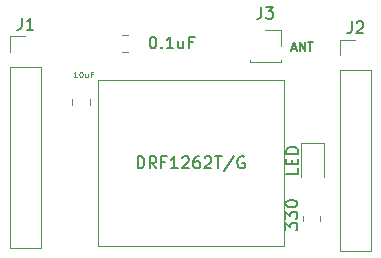
<source format=gbr>
%TF.GenerationSoftware,KiCad,Pcbnew,6.0.5-a6ca702e91~116~ubuntu20.04.1*%
%TF.CreationDate,2022-05-07T22:34:00-05:00*%
%TF.ProjectId,DRF1262T_Shield_v001,44524631-3236-4325-945f-536869656c64,rev?*%
%TF.SameCoordinates,Original*%
%TF.FileFunction,Legend,Top*%
%TF.FilePolarity,Positive*%
%FSLAX46Y46*%
G04 Gerber Fmt 4.6, Leading zero omitted, Abs format (unit mm)*
G04 Created by KiCad (PCBNEW 6.0.5-a6ca702e91~116~ubuntu20.04.1) date 2022-05-07 22:34:00*
%MOMM*%
%LPD*%
G01*
G04 APERTURE LIST*
%ADD10C,0.187500*%
%ADD11C,0.150000*%
%ADD12C,0.125000*%
%ADD13C,0.120000*%
G04 APERTURE END LIST*
D10*
X162242857Y-78025000D02*
X162600000Y-78025000D01*
X162171428Y-78239285D02*
X162421428Y-77489285D01*
X162671428Y-78239285D01*
X162921428Y-78239285D02*
X162921428Y-77489285D01*
X163350000Y-78239285D01*
X163350000Y-77489285D01*
X163600000Y-77489285D02*
X164028571Y-77489285D01*
X163814285Y-78239285D02*
X163814285Y-77489285D01*
D11*
%TO.C,C1*%
X150457142Y-77012380D02*
X150552380Y-77012380D01*
X150647619Y-77060000D01*
X150695238Y-77107619D01*
X150742857Y-77202857D01*
X150790476Y-77393333D01*
X150790476Y-77631428D01*
X150742857Y-77821904D01*
X150695238Y-77917142D01*
X150647619Y-77964761D01*
X150552380Y-78012380D01*
X150457142Y-78012380D01*
X150361904Y-77964761D01*
X150314285Y-77917142D01*
X150266666Y-77821904D01*
X150219047Y-77631428D01*
X150219047Y-77393333D01*
X150266666Y-77202857D01*
X150314285Y-77107619D01*
X150361904Y-77060000D01*
X150457142Y-77012380D01*
X151219047Y-77917142D02*
X151266666Y-77964761D01*
X151219047Y-78012380D01*
X151171428Y-77964761D01*
X151219047Y-77917142D01*
X151219047Y-78012380D01*
X152219047Y-78012380D02*
X151647619Y-78012380D01*
X151933333Y-78012380D02*
X151933333Y-77012380D01*
X151838095Y-77155238D01*
X151742857Y-77250476D01*
X151647619Y-77298095D01*
X153076190Y-77345714D02*
X153076190Y-78012380D01*
X152647619Y-77345714D02*
X152647619Y-77869523D01*
X152695238Y-77964761D01*
X152790476Y-78012380D01*
X152933333Y-78012380D01*
X153028571Y-77964761D01*
X153076190Y-77917142D01*
X153885714Y-77488571D02*
X153552380Y-77488571D01*
X153552380Y-78012380D02*
X153552380Y-77012380D01*
X154028571Y-77012380D01*
%TO.C,J3*%
X159666666Y-74482380D02*
X159666666Y-75196666D01*
X159619047Y-75339523D01*
X159523809Y-75434761D01*
X159380952Y-75482380D01*
X159285714Y-75482380D01*
X160047619Y-74482380D02*
X160666666Y-74482380D01*
X160333333Y-74863333D01*
X160476190Y-74863333D01*
X160571428Y-74910952D01*
X160619047Y-74958571D01*
X160666666Y-75053809D01*
X160666666Y-75291904D01*
X160619047Y-75387142D01*
X160571428Y-75434761D01*
X160476190Y-75482380D01*
X160190476Y-75482380D01*
X160095238Y-75434761D01*
X160047619Y-75387142D01*
D12*
%TO.C,C2*%
X144064285Y-80463690D02*
X143778571Y-80463690D01*
X143921428Y-80463690D02*
X143921428Y-79963690D01*
X143873809Y-80035119D01*
X143826190Y-80082738D01*
X143778571Y-80106547D01*
X144373809Y-79963690D02*
X144421428Y-79963690D01*
X144469047Y-79987500D01*
X144492857Y-80011309D01*
X144516666Y-80058928D01*
X144540476Y-80154166D01*
X144540476Y-80273214D01*
X144516666Y-80368452D01*
X144492857Y-80416071D01*
X144469047Y-80439880D01*
X144421428Y-80463690D01*
X144373809Y-80463690D01*
X144326190Y-80439880D01*
X144302380Y-80416071D01*
X144278571Y-80368452D01*
X144254761Y-80273214D01*
X144254761Y-80154166D01*
X144278571Y-80058928D01*
X144302380Y-80011309D01*
X144326190Y-79987500D01*
X144373809Y-79963690D01*
X144969047Y-80130357D02*
X144969047Y-80463690D01*
X144754761Y-80130357D02*
X144754761Y-80392261D01*
X144778571Y-80439880D01*
X144826190Y-80463690D01*
X144897619Y-80463690D01*
X144945238Y-80439880D01*
X144969047Y-80416071D01*
X145373809Y-80201785D02*
X145207142Y-80201785D01*
X145207142Y-80463690D02*
X145207142Y-79963690D01*
X145445238Y-79963690D01*
D11*
%TO.C,J1*%
X139366666Y-75422380D02*
X139366666Y-76136666D01*
X139319047Y-76279523D01*
X139223809Y-76374761D01*
X139080952Y-76422380D01*
X138985714Y-76422380D01*
X140366666Y-76422380D02*
X139795238Y-76422380D01*
X140080952Y-76422380D02*
X140080952Y-75422380D01*
X139985714Y-75565238D01*
X139890476Y-75660476D01*
X139795238Y-75708095D01*
%TO.C,J2*%
X167306666Y-75722380D02*
X167306666Y-76436666D01*
X167259047Y-76579523D01*
X167163809Y-76674761D01*
X167020952Y-76722380D01*
X166925714Y-76722380D01*
X167735238Y-75817619D02*
X167782857Y-75770000D01*
X167878095Y-75722380D01*
X168116190Y-75722380D01*
X168211428Y-75770000D01*
X168259047Y-75817619D01*
X168306666Y-75912857D01*
X168306666Y-76008095D01*
X168259047Y-76150952D01*
X167687619Y-76722380D01*
X168306666Y-76722380D01*
%TO.C,R1*%
X161712380Y-93395714D02*
X161712380Y-92776666D01*
X162093333Y-93110000D01*
X162093333Y-92967142D01*
X162140952Y-92871904D01*
X162188571Y-92824285D01*
X162283809Y-92776666D01*
X162521904Y-92776666D01*
X162617142Y-92824285D01*
X162664761Y-92871904D01*
X162712380Y-92967142D01*
X162712380Y-93252857D01*
X162664761Y-93348095D01*
X162617142Y-93395714D01*
X161712380Y-92443333D02*
X161712380Y-91824285D01*
X162093333Y-92157619D01*
X162093333Y-92014761D01*
X162140952Y-91919523D01*
X162188571Y-91871904D01*
X162283809Y-91824285D01*
X162521904Y-91824285D01*
X162617142Y-91871904D01*
X162664761Y-91919523D01*
X162712380Y-92014761D01*
X162712380Y-92300476D01*
X162664761Y-92395714D01*
X162617142Y-92443333D01*
X161712380Y-91205238D02*
X161712380Y-91110000D01*
X161760000Y-91014761D01*
X161807619Y-90967142D01*
X161902857Y-90919523D01*
X162093333Y-90871904D01*
X162331428Y-90871904D01*
X162521904Y-90919523D01*
X162617142Y-90967142D01*
X162664761Y-91014761D01*
X162712380Y-91110000D01*
X162712380Y-91205238D01*
X162664761Y-91300476D01*
X162617142Y-91348095D01*
X162521904Y-91395714D01*
X162331428Y-91443333D01*
X162093333Y-91443333D01*
X161902857Y-91395714D01*
X161807619Y-91348095D01*
X161760000Y-91300476D01*
X161712380Y-91205238D01*
%TO.C,U1*%
X149200000Y-88152380D02*
X149200000Y-87152380D01*
X149438095Y-87152380D01*
X149580952Y-87200000D01*
X149676190Y-87295238D01*
X149723809Y-87390476D01*
X149771428Y-87580952D01*
X149771428Y-87723809D01*
X149723809Y-87914285D01*
X149676190Y-88009523D01*
X149580952Y-88104761D01*
X149438095Y-88152380D01*
X149200000Y-88152380D01*
X150771428Y-88152380D02*
X150438095Y-87676190D01*
X150200000Y-88152380D02*
X150200000Y-87152380D01*
X150580952Y-87152380D01*
X150676190Y-87200000D01*
X150723809Y-87247619D01*
X150771428Y-87342857D01*
X150771428Y-87485714D01*
X150723809Y-87580952D01*
X150676190Y-87628571D01*
X150580952Y-87676190D01*
X150200000Y-87676190D01*
X151533333Y-87628571D02*
X151200000Y-87628571D01*
X151200000Y-88152380D02*
X151200000Y-87152380D01*
X151676190Y-87152380D01*
X152580952Y-88152380D02*
X152009523Y-88152380D01*
X152295238Y-88152380D02*
X152295238Y-87152380D01*
X152200000Y-87295238D01*
X152104761Y-87390476D01*
X152009523Y-87438095D01*
X152961904Y-87247619D02*
X153009523Y-87200000D01*
X153104761Y-87152380D01*
X153342857Y-87152380D01*
X153438095Y-87200000D01*
X153485714Y-87247619D01*
X153533333Y-87342857D01*
X153533333Y-87438095D01*
X153485714Y-87580952D01*
X152914285Y-88152380D01*
X153533333Y-88152380D01*
X154390476Y-87152380D02*
X154200000Y-87152380D01*
X154104761Y-87200000D01*
X154057142Y-87247619D01*
X153961904Y-87390476D01*
X153914285Y-87580952D01*
X153914285Y-87961904D01*
X153961904Y-88057142D01*
X154009523Y-88104761D01*
X154104761Y-88152380D01*
X154295238Y-88152380D01*
X154390476Y-88104761D01*
X154438095Y-88057142D01*
X154485714Y-87961904D01*
X154485714Y-87723809D01*
X154438095Y-87628571D01*
X154390476Y-87580952D01*
X154295238Y-87533333D01*
X154104761Y-87533333D01*
X154009523Y-87580952D01*
X153961904Y-87628571D01*
X153914285Y-87723809D01*
X154866666Y-87247619D02*
X154914285Y-87200000D01*
X155009523Y-87152380D01*
X155247619Y-87152380D01*
X155342857Y-87200000D01*
X155390476Y-87247619D01*
X155438095Y-87342857D01*
X155438095Y-87438095D01*
X155390476Y-87580952D01*
X154819047Y-88152380D01*
X155438095Y-88152380D01*
X155723809Y-87152380D02*
X156295238Y-87152380D01*
X156009523Y-88152380D02*
X156009523Y-87152380D01*
X157342857Y-87104761D02*
X156485714Y-88390476D01*
X158200000Y-87200000D02*
X158104761Y-87152380D01*
X157961904Y-87152380D01*
X157819047Y-87200000D01*
X157723809Y-87295238D01*
X157676190Y-87390476D01*
X157628571Y-87580952D01*
X157628571Y-87723809D01*
X157676190Y-87914285D01*
X157723809Y-88009523D01*
X157819047Y-88104761D01*
X157961904Y-88152380D01*
X158057142Y-88152380D01*
X158200000Y-88104761D01*
X158247619Y-88057142D01*
X158247619Y-87723809D01*
X158057142Y-87723809D01*
%TO.C,D1*%
X162782380Y-88142857D02*
X162782380Y-88619047D01*
X161782380Y-88619047D01*
X162258571Y-87809523D02*
X162258571Y-87476190D01*
X162782380Y-87333333D02*
X162782380Y-87809523D01*
X161782380Y-87809523D01*
X161782380Y-87333333D01*
X162782380Y-86904761D02*
X161782380Y-86904761D01*
X161782380Y-86666666D01*
X161830000Y-86523809D01*
X161925238Y-86428571D01*
X162020476Y-86380952D01*
X162210952Y-86333333D01*
X162353809Y-86333333D01*
X162544285Y-86380952D01*
X162639523Y-86428571D01*
X162734761Y-86523809D01*
X162782380Y-86666666D01*
X162782380Y-86904761D01*
D13*
%TO.C,C1*%
X147838748Y-76865000D02*
X148361252Y-76865000D01*
X147838748Y-78335000D02*
X148361252Y-78335000D01*
%TO.C,J3*%
X158670000Y-79130000D02*
X161330000Y-79130000D01*
X161330000Y-76470000D02*
X161330000Y-77800000D01*
X161330000Y-79010000D02*
X161330000Y-79130000D01*
X158670000Y-79010000D02*
X158670000Y-79130000D01*
X160000000Y-76470000D02*
X161330000Y-76470000D01*
%TO.C,C2*%
X145135000Y-82276248D02*
X145135000Y-82798752D01*
X143665000Y-82276248D02*
X143665000Y-82798752D01*
%TO.C,J1*%
X138370000Y-78300000D02*
X138370000Y-76970000D01*
X138370000Y-79570000D02*
X138370000Y-94870000D01*
X138370000Y-76970000D02*
X139700000Y-76970000D01*
X141030000Y-79570000D02*
X141030000Y-94870000D01*
X138370000Y-94870000D02*
X141030000Y-94870000D01*
X138370000Y-79570000D02*
X141030000Y-79570000D01*
%TO.C,J2*%
X168970000Y-79870000D02*
X168970000Y-95170000D01*
X166310000Y-79870000D02*
X166310000Y-95170000D01*
X166310000Y-95170000D02*
X168970000Y-95170000D01*
X166310000Y-79870000D02*
X168970000Y-79870000D01*
X166310000Y-77270000D02*
X167640000Y-77270000D01*
X166310000Y-78600000D02*
X166310000Y-77270000D01*
%TO.C,R1*%
X163165000Y-92627064D02*
X163165000Y-92172936D01*
X164635000Y-92627064D02*
X164635000Y-92172936D01*
%TO.C,U1*%
X161550000Y-80700000D02*
X145850000Y-80700000D01*
X145850000Y-80700000D02*
X145850000Y-94700000D01*
X145850000Y-94700000D02*
X161550000Y-94700000D01*
X161550000Y-94700000D02*
X161550000Y-80700000D01*
%TO.C,D1*%
X164960000Y-88900000D02*
X164960000Y-86040000D01*
X163040000Y-86040000D02*
X163040000Y-88900000D01*
X164960000Y-86040000D02*
X163040000Y-86040000D01*
%TD*%
M02*

</source>
